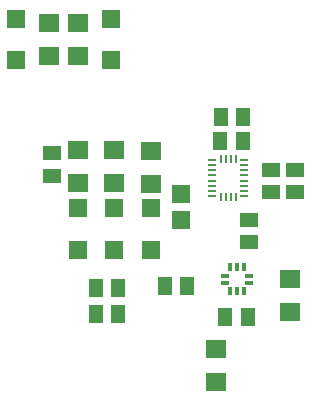
<source format=gtp>
G04 Layer_Color=8421504*
%FSLAX24Y24*%
%MOIN*%
G70*
G01*
G75*
%ADD10R,0.0512X0.0591*%
%ADD11R,0.0591X0.0512*%
%ADD12R,0.0591X0.0591*%
%ADD13R,0.0109X0.0256*%
%ADD14R,0.0256X0.0109*%
%ADD15R,0.0295X0.0157*%
%ADD16R,0.0157X0.0291*%
%ADD17R,0.0157X0.0295*%
%ADD18R,0.0709X0.0630*%
D10*
X9060Y3839D02*
D03*
X8312D02*
D03*
X6772Y2928D02*
D03*
X6024D02*
D03*
X6772Y3789D02*
D03*
X6024D02*
D03*
X10177Y8686D02*
D03*
X10925D02*
D03*
X10935Y9473D02*
D03*
X10187D02*
D03*
X11083Y2805D02*
D03*
X10335D02*
D03*
D11*
X4552Y8273D02*
D03*
Y7525D02*
D03*
X11122Y5310D02*
D03*
Y6058D02*
D03*
X12648Y6983D02*
D03*
Y7731D02*
D03*
X11860Y6983D02*
D03*
Y7731D02*
D03*
D12*
X8858Y6053D02*
D03*
Y6914D02*
D03*
X5413Y6447D02*
D03*
Y5069D02*
D03*
X6644Y5069D02*
D03*
Y6447D02*
D03*
X7874Y5069D02*
D03*
Y6447D02*
D03*
X3371Y12771D02*
D03*
Y11393D02*
D03*
X6521Y12771D02*
D03*
Y11393D02*
D03*
D13*
X10179Y6836D02*
D03*
X10348D02*
D03*
X10687D02*
D03*
X10518D02*
D03*
X10179Y8076D02*
D03*
X10348D02*
D03*
X10687D02*
D03*
X10518D02*
D03*
D14*
X10955Y6863D02*
D03*
Y7032D02*
D03*
Y7202D02*
D03*
Y7371D02*
D03*
Y8048D02*
D03*
Y7879D02*
D03*
Y7710D02*
D03*
Y7540D02*
D03*
X9911Y6863D02*
D03*
Y7032D02*
D03*
Y7202D02*
D03*
Y7371D02*
D03*
Y8048D02*
D03*
Y7879D02*
D03*
Y7710D02*
D03*
Y7540D02*
D03*
D15*
X11130Y3966D02*
D03*
X10327D02*
D03*
Y4203D02*
D03*
X11130D02*
D03*
D16*
X10965Y3679D02*
D03*
X10492D02*
D03*
X10965Y4490D02*
D03*
X10492D02*
D03*
D17*
X10728Y3683D02*
D03*
Y4486D02*
D03*
D18*
X6644Y8376D02*
D03*
Y7274D02*
D03*
X5413Y8376D02*
D03*
Y7274D02*
D03*
X7874Y8366D02*
D03*
Y7264D02*
D03*
X10039Y655D02*
D03*
Y1757D02*
D03*
X12500Y3002D02*
D03*
Y4104D02*
D03*
X4454Y11511D02*
D03*
Y12613D02*
D03*
X5428Y11511D02*
D03*
Y12613D02*
D03*
M02*

</source>
